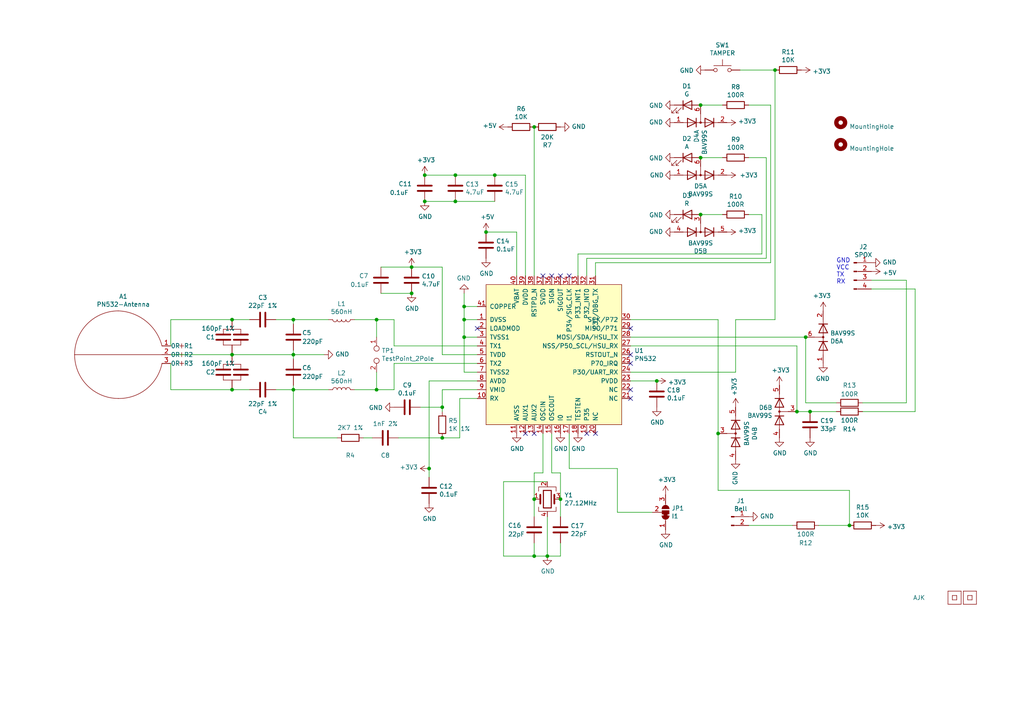
<source format=kicad_sch>
(kicad_sch (version 20211123) (generator eeschema)
  (paper "A4")
  (title_block (title "PN532 NFC Board") (date "${DATE}") (rev "7") (company "Adrian Kennard Andrews & Arnold Ltd") (comment 1 "www.me.uk"))
  (lib_symbols
    (symbol "Connector:Conn_01x02_Male" (pin_names (offset 1.016) hide)
      (property "Reference" "J" (at 0 2.54 0))
      (property "Value" "Conn_01x02_Male" (at 0 -5.08 0))
      (symbol "Conn_01x02_Male_1_1"
        (polyline (pts (xy 1.27 -2.54) (xy 0.8636 -2.54)) (stroke (width 0.1524)))
        (polyline (pts (xy 1.27 0) (xy 0.8636 0)) (stroke (width 0.1524)))
        (rectangle (start 0.8636 -2.413) (end 0 -2.667) (stroke (width 0.1524)) (fill (type outline)))
        (rectangle (start 0.8636 0.127) (end 0 -0.127) (stroke (width 0.1524)) (fill (type outline)))
        (pin passive line (at 5.08 0 180) (length 3.81) (name "Pin_1") (number "1"))
        (pin passive line (at 5.08 -2.54 180) (length 3.81) (name "Pin_2") (number "2"))
      )
    )
    (symbol "Connector:Conn_01x04_Male" (pin_names (offset 1.016) hide)
      (property "Reference" "J" (at 0 5.08 0))
      (property "Value" "Conn_01x04_Male" (at 0 -7.62 0))
      (symbol "Conn_01x04_Male_1_1"
        (polyline (pts (xy 1.27 -5.08) (xy 0.8636 -5.08)) (stroke (width 0.1524)))
        (polyline (pts (xy 1.27 -2.54) (xy 0.8636 -2.54)) (stroke (width 0.1524)))
        (polyline (pts (xy 1.27 0) (xy 0.8636 0)) (stroke (width 0.1524)))
        (polyline (pts (xy 1.27 2.54) (xy 0.8636 2.54)) (stroke (width 0.1524)))
        (rectangle (start 0.8636 -4.953) (end 0 -5.207) (stroke (width 0.1524)) (fill (type outline)))
        (rectangle (start 0.8636 -2.413) (end 0 -2.667) (stroke (width 0.1524)) (fill (type outline)))
        (rectangle (start 0.8636 0.127) (end 0 -0.127) (stroke (width 0.1524)) (fill (type outline)))
        (rectangle (start 0.8636 2.667) (end 0 2.413) (stroke (width 0.1524)) (fill (type outline)))
        (pin passive line (at 5.08 2.54 180) (length 3.81) (name "Pin_1") (number "1"))
        (pin passive line (at 5.08 0 180) (length 3.81) (name "Pin_2") (number "2"))
        (pin passive line (at 5.08 -2.54 180) (length 3.81) (name "Pin_3") (number "3"))
        (pin passive line (at 5.08 -5.08 180) (length 3.81) (name "Pin_4") (number "4"))
      )
    )
    (symbol "Connector:TestPoint_2Pole" (pin_names (offset 0.762) hide)
      (property "Reference" "TP" (at 0 1.524 0))
      (property "Value" "TestPoint_2Pole" (at 0 -1.778 0))
      (symbol "TestPoint_2Pole_0_1"
        (circle (center -1.778 0) (radius 0.762))
        (circle (center 1.778 0) (radius 0.762))
        (pin passive line (at -5.08 0 0) (length 2.54) (name "1") (number "1"))
        (pin passive line (at 5.08 0 180) (length 2.54) (name "2") (number "2"))
      )
    )
    (symbol "Cx2_1" (pin_numbers hide) (pin_names (offset 0.254))
      (property "Reference" "C" (at 0.635 3.429 0))
      (property "Value" "Cx2_1" (at 2.921 -3.429 0))
      (property "Note" "May be two 0603 parts" (at 0 0 0))
      (symbol "Cx2_1_0_1"
        (polyline (pts (xy -2.032 -0.762) (xy 2.032 -0.762)) (stroke (width 0.508)))
        (polyline (pts (xy -2.032 0.762) (xy 2.032 0.762)) (stroke (width 0.508)))
        (polyline (pts (xy 0 -2.286) (xy 0 -0.762)))
        (polyline (pts (xy 0 -2.286) (xy 5.08 -2.286)))
        (polyline (pts (xy 0 2.286) (xy 0 0.889)))
        (polyline (pts (xy 0 2.286) (xy 5.08 2.286)))
        (polyline (pts (xy 5.08 -2.286) (xy 5.08 -0.762)))
        (polyline (pts (xy 5.08 2.286) (xy 5.08 0.635)))
      )
      (symbol "Cx2_1_1_1"
        (polyline (pts (xy 3.048 -0.762) (xy 7.112 -0.762)) (stroke (width 0.508)))
        (polyline (pts (xy 3.048 0.762) (xy 7.112 0.762)) (stroke (width 0.508)))
        (pin passive line (at 2.54 5.08 270) (length 2.794) (name "~") (number "1"))
        (pin passive line (at 2.54 -5.08 90) (length 2.794) (name "~") (number "2"))
      )
    )
    (symbol "Device:C" (pin_numbers hide) (pin_names (offset 0.254))
      (property "Reference" "C" (at 0.635 2.54 0))
      (property "Value" "C" (at 0.635 -2.54 0))
      (symbol "C_0_1"
        (polyline (pts (xy -2.032 -0.762) (xy 2.032 -0.762)) (stroke (width 0.508)))
        (polyline (pts (xy -2.032 0.762) (xy 2.032 0.762)) (stroke (width 0.508)))
      )
      (symbol "C_1_1"
        (pin passive line (at 0 3.81 270) (length 2.794) (name "~") (number "1"))
        (pin passive line (at 0 -3.81 90) (length 2.794) (name "~") (number "2"))
      )
    )
    (symbol "Device:Crystal_GND24" (pin_names (offset 1.016) hide)
      (property "Reference" "Y" (at 3.175 5.08 0))
      (property "Value" "Crystal_GND24" (at 3.175 3.175 0))
      (symbol "Crystal_GND24_0_1"
        (rectangle (start -1.143 2.54) (end 1.143 -2.54) (stroke (width 0.3048)))
        (polyline (pts (xy -2.54 0) (xy -2.032 0)))
        (polyline (pts (xy -2.032 -1.27) (xy -2.032 1.27)) (stroke (width 0.508)))
        (polyline (pts (xy 0 -3.81) (xy 0 -3.556)))
        (polyline (pts (xy 0 3.556) (xy 0 3.81)))
        (polyline (pts (xy 2.032 -1.27) (xy 2.032 1.27)) (stroke (width 0.508)))
        (polyline (pts (xy 2.032 0) (xy 2.54 0)))
        (polyline (pts (xy -2.54 -2.286) (xy -2.54 -3.556) (xy 2.54 -3.556) (xy 2.54 -2.286)))
        (polyline (pts (xy -2.54 2.286) (xy -2.54 3.556) (xy 2.54 3.556) (xy 2.54 2.286)))
      )
      (symbol "Crystal_GND24_1_1"
        (pin passive line (at -3.81 0 0) (length 1.27) (name "1") (number "1"))
        (pin passive line (at 0 5.08 270) (length 1.27) (name "2") (number "2"))
        (pin passive line (at 3.81 0 180) (length 1.27) (name "3") (number "3"))
        (pin passive line (at 0 -5.08 90) (length 1.27) (name "4") (number "4"))
      )
    )
    (symbol "Device:L" (pin_numbers hide) (pin_names (offset 1.016) hide)
      (property "Reference" "L" (at -1.27 0 90))
      (property "Value" "L" (at 1.905 0 90))
      (symbol "L_0_1"
        (arc (start 0 -2.54) (mid 0.635 -1.905) (end 0 -1.27))
        (arc (start 0 -1.27) (mid 0.635 -0.635) (end 0 0))
        (arc (start 0 0) (mid 0.635 0.635) (end 0 1.27))
        (arc (start 0 1.27) (mid 0.635 1.905) (end 0 2.54))
      )
      (symbol "L_1_1"
        (pin passive line (at 0 3.81 270) (length 1.27) (name "1") (number "1"))
        (pin passive line (at 0 -3.81 90) (length 1.27) (name "2") (number "2"))
      )
    )
    (symbol "Device:LED" (pin_numbers hide) (pin_names (offset 1.016) hide)
      (property "Reference" "D" (at 0 2.54 0))
      (property "Value" "LED" (at 0 -2.54 0))
      (symbol "LED_0_1"
        (polyline (pts (xy -1.27 -1.27) (xy -1.27 1.27)) (stroke (width 0.254)))
        (polyline (pts (xy -1.27 0) (xy 1.27 0)))
        (polyline (pts (xy 1.27 -1.27) (xy 1.27 1.27) (xy -1.27 0) (xy 1.27 -1.27)) (stroke (width 0.254)))
        (polyline (pts (xy -3.048 -0.762) (xy -4.572 -2.286) (xy -3.81 -2.286) (xy -4.572 -2.286) (xy -4.572 -1.524)))
        (polyline (pts (xy -1.778 -0.762) (xy -3.302 -2.286) (xy -2.54 -2.286) (xy -3.302 -2.286) (xy -3.302 -1.524)))
      )
      (symbol "LED_1_1"
        (pin passive line (at -3.81 0 0) (length 2.54) (name "K") (number "1"))
        (pin passive line (at 3.81 0 180) (length 2.54) (name "A") (number "2"))
      )
    )
    (symbol "Device:R" (pin_numbers hide) (pin_names (offset 0))
      (property "Reference" "R" (at 2.032 0 90))
      (property "Value" "R" (at 0 0 90))
      (symbol "R_0_1"
        (rectangle (start -1.016 -2.54) (end 1.016 2.54) (stroke (width 0.254)))
      )
      (symbol "R_1_1"
        (pin passive line (at 0 3.81 270) (length 1.27) (name "~") (number "1"))
        (pin passive line (at 0 -3.81 90) (length 1.27) (name "~") (number "2"))
      )
    )
    (symbol "Diode:BAV99S" (pin_names (offset 0.0254) hide)
      (property "Reference" "D" (at 0 2.54 0))
      (property "Value" "BAV99S" (at 0 5.08 0))
      (symbol "BAV99S_0_1"
        (polyline (pts (xy -5.08 0) (xy 5.08 0)))
        (polyline (pts (xy 0 0) (xy 0 -2.54)))
        (polyline (pts (xy -1.27 -1.27) (xy -1.27 1.27) (xy -1.27 1.27)) (stroke (width 0.254)))
        (polyline (pts (xy 3.81 1.27) (xy 3.81 -1.27) (xy 3.81 -1.27)) (stroke (width 0.254)))
        (polyline (pts (xy -3.81 1.27) (xy -1.27 0) (xy -3.81 -1.27) (xy -3.81 1.27) (xy -3.81 1.27) (xy -3.81 1.27)) (stroke (width 0.254)))
        (polyline (pts (xy 1.27 1.27) (xy 3.81 0) (xy 1.27 -1.27) (xy 1.27 1.27) (xy 1.27 1.27) (xy 1.27 1.27)) (stroke (width 0.254)))
        (circle (center 0 0) (radius 0.254) (fill (type outline)))
      )
      (symbol "BAV99S_1_1"
        (polyline (pts (xy 6.35 0) (xy 7.62 0)))
        (pin passive line (at -7.62 0 0) (length 2.54) (name "A1") (number "1"))
        (pin passive line (at 7.62 0 180) (length 2.54) (name "K2") (number "2"))
        (pin passive line (at 0 -5.08 90) (length 2.54) (name "K3A4") (number "6"))
      )
      (symbol "BAV99S_2_1"
        (polyline (pts (xy 6.35 0) (xy 7.62 0)))
        (pin passive line (at 0 -5.08 90) (length 2.54) (name "K1A2") (number "3"))
        (pin passive line (at -7.62 0 0) (length 2.54) (name "A3") (number "4"))
        (pin passive line (at 7.62 0 180) (length 2.54) (name "K4") (number "5"))
      )
    )
    (symbol "Hidden_2" (pin_names (offset 1.016))
      (property "Reference" "Z" (at 0.635 0 0))
      (property "Value" "Hidden_2" (at 4.445 0 0))
      (symbol "Hidden_2_0_1"
        (polyline (pts (xy -0.635 0) (xy 0.635 0)) (stroke (width 0.1524)))
        (polyline (pts (xy 0 0.635) (xy 0 -0.635)) (stroke (width 0.1524)))
      )
      (symbol "Hidden_2_1_1"
        (pin no_connect non_logic (at 0 -2.54 90) (length 2.54) hide (name "~") (number "~"))
      )
    )
    (symbol "Jumper:SolderJumper_3_Bridged12" (pin_names (offset 0) hide)
      (property "Reference" "JP" (at -2.54 -2.54 0))
      (property "Value" "SolderJumper_3_Bridged12" (at 0 2.794 0))
      (symbol "SolderJumper_3_Bridged12_0_1"
        (rectangle (start -1.016 0.508) (end -0.508 -0.508) (fill (type outline)))
        (arc (start -1.016 1.016) (mid -2.032 0) (end -1.016 -1.016))
        (arc (start -1.016 1.016) (mid -2.032 0) (end -1.016 -1.016) (fill (type outline)))
        (rectangle (start -0.508 1.016) (end 0.508 -1.016) (fill (type outline)))
        (polyline (pts (xy -2.54 0) (xy -2.032 0)))
        (polyline (pts (xy -1.016 1.016) (xy -1.016 -1.016)))
        (polyline (pts (xy 0 -1.27) (xy 0 -1.016)))
        (polyline (pts (xy 1.016 1.016) (xy 1.016 -1.016)))
        (polyline (pts (xy 2.54 0) (xy 2.032 0)))
        (arc (start 1.016 -1.016) (mid 2.032 0) (end 1.016 1.016))
        (arc (start 1.016 -1.016) (mid 2.032 0) (end 1.016 1.016) (fill (type outline)))
      )
      (symbol "SolderJumper_3_Bridged12_1_1"
        (pin passive line (at -5.08 0 0) (length 2.54) (name "A") (number "1"))
        (pin input line (at 0 -3.81 90) (length 2.54) (name "C") (number "2"))
        (pin passive line (at 5.08 0 180) (length 2.54) (name "B") (number "3"))
      )
    )
    (symbol "Mechanical:MountingHole" (pin_names (offset 1.016)) (in_bom no)
      (property "Reference" "H" (at 0 5.08 0))
      (property "Value" "MountingHole" (at 0 3.175 0))
      (symbol "MountingHole_0_1"
        (circle (center 0 0) (radius 1.27) (stroke (width 1.27)))
      )
    )
    (symbol "MountingHole_1" (pin_names (offset 1.016)) (in_bom no)
      (property "Reference" "H" (at 0 5.08 0))
      (property "Value" "MountingHole_1" (at 0 3.175 0))
      (symbol "MountingHole_1_0_1"
        (circle (center 0 0) (radius 1.27) (stroke (width 1.27)))
      )
    )
    (symbol "QR_1" (pin_names (offset 1.016)) (in_bom no)
      (symbol "QR_1_0_1"
        (rectangle (start -1.905 -1.905) (end -1.905 1.905))
        (rectangle (start -1.905 1.905) (end 1.905 1.905))
        (rectangle (start -0.635 -0.635) (end -0.635 0.635))
        (rectangle (start -0.635 0.635) (end 0.635 0.635))
        (rectangle (start 0.635 -0.635) (end -0.635 -0.635))
        (rectangle (start 0.635 0.635) (end 0.635 -0.635))
        (rectangle (start 1.905 -1.905) (end -1.905 -1.905))
        (rectangle (start 1.905 1.905) (end 1.905 -1.905))
      )
    )
    (symbol "RevK:AJK" (pin_names (offset 1.016)) (in_bom no)
      (property "Value" "AJK" (at 0 0 0))
    )
    (symbol "RevK:Hidden" (pin_names (offset 1.016))
      (property "Reference" "Z" (at 0.635 0 0))
      (property "Value" "Hidden" (at 4.445 0 0))
      (symbol "Hidden_0_1"
        (polyline (pts (xy -0.635 0) (xy 0.635 0)) (stroke (width 0.1524)))
        (polyline (pts (xy 0 0.635) (xy 0 -0.635)) (stroke (width 0.1524)))
      )
      (symbol "Hidden_1_1"
        (pin no_connect non_logic (at 0 -2.54 90) (length 2.54) hide (name "~") (number "~"))
      )
    )
    (symbol "RevK:PN532" (pin_names (offset 1.016))
      (property "Reference" "U" (at -21.59 13.97 0))
      (property "Value" "PN532" (at -3.81 35.56 0))
      (symbol "PN532_0_1"
        (rectangle (start -22.86 57.15) (end 16.51 16.51) (fill (type background)))
      )
      (symbol "PN532_1_1"
        (pin power_in line (at -25.4 46.99 0) (length 2.54) (name "DVSS") (number "1"))
        (pin input line (at -25.4 24.13 0) (length 2.54) (name "RX") (number "10"))
        (pin power_in line (at -13.97 13.97 90) (length 2.54) (name "AVSS") (number "11"))
        (pin output line (at -11.43 13.97 90) (length 2.54) (name "AUX1") (number "12"))
        (pin output line (at -8.89 13.97 90) (length 2.54) (name "AUX2") (number "13"))
        (pin input line (at -6.35 13.97 90) (length 2.54) (name "OSCIN") (number "14"))
        (pin output line (at -3.81 13.97 90) (length 2.54) (name "OSCOUT") (number "15"))
        (pin input line (at -1.27 13.97 90) (length 2.54) (name "I0") (number "16"))
        (pin input line (at 1.27 13.97 90) (length 2.54) (name "I1") (number "17"))
        (pin input line (at 3.81 13.97 90) (length 2.54) (name "TESTEN") (number "18"))
        (pin bidirectional line (at 6.35 13.97 90) (length 2.54) (name "P35") (number "19"))
        (pin output line (at -25.4 44.45 0) (length 2.54) (name "LOADMOD") (number "2"))
        (pin passive line (at 8.89 13.97 90) (length 2.54) (name "NC") (number "20"))
        (pin passive line (at 19.05 24.13 180) (length 2.54) (name "NC") (number "21"))
        (pin passive line (at 19.05 26.67 180) (length 2.54) (name "NC") (number "22"))
        (pin power_in line (at 19.05 29.21 180) (length 2.54) (name "PVDD") (number "23"))
        (pin bidirectional line (at 19.05 31.75 180) (length 2.54) (name "P30/UART_RX") (number "24"))
        (pin bidirectional line (at 19.05 34.29 180) (length 2.54) (name "P70_IRQ") (number "25"))
        (pin output line (at 19.05 36.83 180) (length 2.54) (name "RSTOUT_N") (number "26"))
        (pin bidirectional line (at 19.05 39.37 180) (length 2.54) (name "NSS/P50_SCL/HSU_RX") (number "27"))
        (pin bidirectional line (at 19.05 41.91 180) (length 2.54) (name "MOSI/SDA/HSU_TX") (number "28"))
        (pin bidirectional line (at 19.05 44.45 180) (length 2.54) (name "MISO/P71") (number "29"))
        (pin power_in line (at -25.4 41.91 0) (length 2.54) (name "TVSS1") (number "3"))
        (pin bidirectional line (at 19.05 46.99 180) (length 2.54) (name "SCK/P72") (number "30"))
        (pin bidirectional line (at 8.89 59.69 270) (length 2.54) (name "P31/DBG_TX") (number "31"))
        (pin bidirectional line (at 6.35 59.69 270) (length 2.54) (name "P32_INT0") (number "32"))
        (pin bidirectional line (at 3.81 59.69 270) (length 2.54) (name "P33_INT1") (number "33"))
        (pin bidirectional line (at 1.27 59.69 270) (length 2.54) (name "P34/SIG_CLK") (number "34"))
        (pin output line (at -1.27 59.69 270) (length 2.54) (name "SIGOUT") (number "35"))
        (pin input line (at -3.81 59.69 270) (length 2.54) (name "SIGN") (number "36"))
        (pin power_out line (at -6.35 59.69 270) (length 2.54) (name "SVDD") (number "37"))
        (pin input line (at -8.89 59.69 270) (length 2.54) (name "RSTPD_N") (number "38"))
        (pin power_out line (at -11.43 59.69 270) (length 2.54) (name "DVDD") (number "39"))
        (pin output line (at -25.4 39.37 0) (length 2.54) (name "TX1") (number "4"))
        (pin power_in line (at -13.97 59.69 270) (length 2.54) (name "VBAT") (number "40"))
        (pin passive line (at -25.4 50.8 0) (length 2.54) (name "COPPER") (number "41"))
        (pin power_in line (at -25.4 36.83 0) (length 2.54) (name "TVDD") (number "5"))
        (pin output line (at -25.4 34.29 0) (length 2.54) (name "TX2") (number "6"))
        (pin power_in line (at -25.4 31.75 0) (length 2.54) (name "TVSS2") (number "7"))
        (pin power_in line (at -25.4 29.21 0) (length 2.54) (name "AVDD") (number "8"))
        (pin output line (at -25.4 26.67 0) (length 2.54) (name "VMID") (number "9"))
      )
    )
    (symbol "RevK:PN532-Antenna" (pin_names (offset 1.016)) (in_bom no)
      (property "Reference" "A" (at 0 -15.24 0))
      (property "Value" "PN532-Antenna" (at 0 1.27 0))
      (symbol "PN532-Antenna_0_1"
        (arc (start 0 -12.7) (mid 8.196 -9.9275) (end 12.7 -2.54))
        (polyline (pts (xy 12.7 0) (xy -12.7 0)))
        (arc (start 0 12.7) (mid -12.7 0) (end 0 -12.7))
        (arc (start 12.7 2.54) (mid 8.0366 9.7282) (end 0 12.7))
      )
      (symbol "PN532-Antenna_1_1"
        (pin bidirectional line (at 15.24 2.54 180) (length 2.54) (name "") (number "1"))
        (pin bidirectional line (at 15.24 0 180) (length 2.54) (name "") (number "2"))
        (pin bidirectional line (at 15.24 -2.54 180) (length 2.54) (name "") (number "3"))
      )
    )
    (symbol "RevK:QR" (pin_names (offset 1.016)) (in_bom no)
      (symbol "QR_0_1"
        (rectangle (start -1.905 -1.905) (end -1.905 1.905))
        (rectangle (start -1.905 1.905) (end 1.905 1.905))
        (rectangle (start -0.635 -0.635) (end -0.635 0.635))
        (rectangle (start -0.635 0.635) (end 0.635 0.635))
        (rectangle (start 0.635 -0.635) (end -0.635 -0.635))
        (rectangle (start 0.635 0.635) (end 0.635 -0.635))
        (rectangle (start 1.905 -1.905) (end -1.905 -1.905))
        (rectangle (start 1.905 1.905) (end 1.905 -1.905))
      )
    )
    (symbol "Switch:SW_Push" (pin_numbers hide) (pin_names (offset 1.016) hide)
      (property "Reference" "SW" (at 1.27 2.54 0))
      (property "Value" "SW_Push" (at 0 -1.524 0))
      (symbol "SW_Push_0_1"
        (circle (center -2.032 0) (radius 0.508))
        (polyline (pts (xy 0 1.27) (xy 0 3.048)))
        (polyline (pts (xy 2.54 1.27) (xy -2.54 1.27)))
        (circle (center 2.032 0) (radius 0.508))
        (pin passive line (at -5.08 0 0) (length 2.54) (name "1") (number "1"))
        (pin passive line (at 5.08 0 180) (length 2.54) (name "2") (number "2"))
      )
    )
    (symbol "power:+3.3V" (power) (pin_names (offset 0))
      (property "Value" "+3.3V" (at 0 3.556 0))
      (symbol "+3.3V_0_1"
        (polyline (pts (xy -0.762 1.27) (xy 0 2.54)))
        (polyline (pts (xy 0 0) (xy 0 2.54)))
        (polyline (pts (xy 0 2.54) (xy 0.762 1.27)))
      )
      (symbol "+3.3V_1_1"
        (pin power_in line (at 0 0 90) (length 0) hide (name "+3V3") (number "1"))
      )
    )
    (symbol "power:+5V" (power) (pin_names (offset 0))
      (property "Value" "+5V" (at 0 3.556 0))
      (symbol "+5V_0_1"
        (polyline (pts (xy -0.762 1.27) (xy 0 2.54)))
        (polyline (pts (xy 0 0) (xy 0 2.54)))
        (polyline (pts (xy 0 2.54) (xy 0.762 1.27)))
      )
      (symbol "+5V_1_1"
        (pin power_in line (at 0 0 90) (length 0) hide (name "+5V") (number "1"))
      )
    )
    (symbol "power:GND" (power) (pin_names (offset 0))
      (property "Value" "GND" (at 0 -3.81 0))
      (symbol "GND_0_1"
        (polyline (pts (xy 0 0) (xy 0 -1.27) (xy 1.27 -1.27) (xy 0 -2.54) (xy -1.27 -1.27) (xy 0 -1.27)))
      )
      (symbol "GND_1_1"
        (pin power_in line (at 0 0 270) (length 0) hide (name "GND") (number "1"))
      )
    )
  )
  (junction (at 85.09 113.03))
  (junction (at 109.22 92.71))
  (junction (at 140.97 67.31))
  (junction (at 162.56 144.78))
  (junction (at 190.5 110.49))
  (junction (at 134.62 88.9))
  (junction (at 134.62 92.71))
  (junction (at 203.2 62.23))
  (junction (at 67.31 113.03))
  (junction (at 233.68 97.79))
  (junction (at 119.38 77.47))
  (junction (at 128.27 118.11))
  (junction (at 231.14 119.38))
  (junction (at 132.08 58.42))
  (junction (at 134.62 97.79))
  (junction (at 123.19 58.42))
  (junction (at 208.28 125.73))
  (junction (at 123.19 50.8))
  (junction (at 85.09 92.71))
  (junction (at 154.94 144.78))
  (junction (at 132.08 50.8))
  (junction (at 154.94 161.29))
  (junction (at 143.51 50.8))
  (junction (at 158.75 161.29))
  (junction (at 67.31 102.87))
  (junction (at 119.38 85.09))
  (junction (at 203.2 45.72))
  (junction (at 128.27 127))
  (junction (at 224.79 20.32))
  (junction (at 234.95 119.38))
  (junction (at 67.31 92.71))
  (junction (at 154.94 36.83))
  (junction (at 124.46 135.89))
  (junction (at 85.09 102.87))
  (junction (at 203.2 30.48))
  (junction (at 109.22 113.03))
  (junction (at 246.38 152.4))
  (no_connect (at 182.88 102.87))
  (no_connect (at 162.56 80.01))
  (no_connect (at 170.18 125.73))
  (no_connect (at 154.94 125.73))
  (no_connect (at 182.88 115.57))
  (no_connect (at 182.88 113.03))
  (no_connect (at 157.48 80.01))
  (no_connect (at 182.88 105.41))
  (no_connect (at 165.1 80.01))
  (no_connect (at 172.72 125.73))
  (no_connect (at 138.43 95.25))
  (no_connect (at 182.88 95.25))
  (no_connect (at 152.4 125.73))
  (no_connect (at 160.02 80.01))
  (wire (pts (xy 160.02 125.73) (xy 160.02 137.16)))
  (wire (pts (xy 146.05 139.7) (xy 146.05 161.29)))
  (wire (pts (xy 158.75 139.7) (xy 146.05 139.7)))
  (wire (pts (xy 217.17 45.72) (xy 222.25 45.72)))
  (wire (pts (xy 85.09 101.6) (xy 85.09 102.87)))
  (wire (pts (xy 114.3 105.41) (xy 138.43 105.41)))
  (wire (pts (xy 229.87 152.4) (xy 217.17 152.4)))
  (wire (pts (xy 217.17 62.23) (xy 220.98 62.23)))
  (wire (pts (xy 49.53 105.41) (xy 49.53 113.03)))
  (wire (pts (xy 170.18 74.93) (xy 170.18 80.01)))
  (wire (pts (xy 154.94 137.16) (xy 154.94 144.78)))
  (wire (pts (xy 132.08 50.8) (xy 143.51 50.8)))
  (wire (pts (xy 222.25 45.72) (xy 222.25 74.93)))
  (wire (pts (xy 85.09 102.87) (xy 85.09 104.14)))
  (wire (pts (xy 110.49 77.47) (xy 119.38 77.47)))
  (wire (pts (xy 233.68 116.84) (xy 233.68 97.79)))
  (wire (pts (xy 146.05 161.29) (xy 154.94 161.29)))
  (wire (pts (xy 49.53 92.71) (xy 49.53 100.33)))
  (wire (pts (xy 138.43 107.95) (xy 134.62 107.95)))
  (wire (pts (xy 114.3 105.41) (xy 114.3 113.03)))
  (wire (pts (xy 134.62 92.71) (xy 138.43 92.71)))
  (wire (pts (xy 85.09 92.71) (xy 95.25 92.71)))
  (wire (pts (xy 209.55 30.48) (xy 203.2 30.48)))
  (wire (pts (xy 80.01 92.71) (xy 85.09 92.71)))
  (wire (pts (xy 265.43 119.38) (xy 250.19 119.38)))
  (wire (pts (xy 157.48 125.73) (xy 157.48 137.16)))
  (wire (pts (xy 134.62 88.9) (xy 138.43 88.9)))
  (wire (pts (xy 114.3 92.71) (xy 114.3 100.33)))
  (wire (pts (xy 208.28 92.71) (xy 208.28 125.73)))
  (wire (pts (xy 134.62 97.79) (xy 134.62 92.71)))
  (wire (pts (xy 152.4 80.01) (xy 152.4 50.8)))
  (wire (pts (xy 154.94 144.78) (xy 154.94 149.86)))
  (wire (pts (xy 128.27 102.87) (xy 128.27 77.47)))
  (wire (pts (xy 182.88 92.71) (xy 208.28 92.71)))
  (wire (pts (xy 85.09 102.87) (xy 93.98 102.87)))
  (wire (pts (xy 67.31 113.03) (xy 72.39 113.03)))
  (wire (pts (xy 114.3 100.33) (xy 138.43 100.33)))
  (wire (pts (xy 172.72 76.2) (xy 172.72 80.01)))
  (wire (pts (xy 213.36 92.71) (xy 224.79 92.71)))
  (wire (pts (xy 213.36 107.95) (xy 182.88 107.95)))
  (wire (pts (xy 67.31 102.87) (xy 85.09 102.87)))
  (wire (pts (xy 132.08 58.42) (xy 123.19 58.42)))
  (wire (pts (xy 224.79 20.32) (xy 224.79 92.71)))
  (wire (pts (xy 237.49 152.4) (xy 246.38 152.4)))
  (wire (pts (xy 138.43 110.49) (xy 124.46 110.49)))
  (wire (pts (xy 85.09 113.03) (xy 95.25 113.03)))
  (wire (pts (xy 119.38 77.47) (xy 128.27 77.47)))
  (wire (pts (xy 252.73 81.28) (xy 262.89 81.28)))
  (wire (pts (xy 128.27 127) (xy 133.35 127)))
  (wire (pts (xy 109.22 107.95) (xy 109.22 113.03)))
  (wire (pts (xy 49.53 102.87) (xy 67.31 102.87)))
  (wire (pts (xy 138.43 102.87) (xy 128.27 102.87)))
  (wire (pts (xy 128.27 118.11) (xy 128.27 119.38)))
  (wire (pts (xy 124.46 110.49) (xy 124.46 135.89)))
  (wire (pts (xy 138.43 115.57) (xy 133.35 115.57)))
  (wire (pts (xy 115.57 127) (xy 128.27 127)))
  (wire (pts (xy 134.62 97.79) (xy 138.43 97.79)))
  (wire (pts (xy 233.68 97.79) (xy 182.88 97.79)))
  (wire (pts (xy 167.64 73.66) (xy 220.98 73.66)))
  (wire (pts (xy 242.57 119.38) (xy 234.95 119.38)))
  (wire (pts (xy 102.87 113.03) (xy 109.22 113.03)))
  (wire (pts (xy 265.43 83.82) (xy 265.43 119.38)))
  (wire (pts (xy 85.09 113.03) (xy 85.09 127)))
  (wire (pts (xy 162.56 137.16) (xy 162.56 144.78)))
  (wire (pts (xy 132.08 50.8) (xy 123.19 50.8)))
  (wire (pts (xy 217.17 30.48) (xy 223.52 30.48)))
  (wire (pts (xy 234.95 119.38) (xy 231.14 119.38)))
  (wire (pts (xy 109.22 92.71) (xy 114.3 92.71)))
  (wire (pts (xy 143.51 50.8) (xy 152.4 50.8)))
  (wire (pts (xy 262.89 81.28) (xy 262.89 116.84)))
  (wire (pts (xy 157.48 137.16) (xy 154.94 137.16)))
  (wire (pts (xy 165.1 135.89) (xy 179.07 135.89)))
  (wire (pts (xy 85.09 127) (xy 97.79 127)))
  (wire (pts (xy 132.08 58.42) (xy 143.51 58.42)))
  (wire (pts (xy 134.62 107.95) (xy 134.62 97.79)))
  (wire (pts (xy 124.46 135.89) (xy 124.46 138.43)))
  (wire (pts (xy 160.02 137.16) (xy 162.56 137.16)))
  (wire (pts (xy 138.43 113.03) (xy 128.27 113.03)))
  (wire (pts (xy 149.86 67.31) (xy 149.86 80.01)))
  (wire (pts (xy 85.09 92.71) (xy 85.09 93.98)))
  (wire (pts (xy 242.57 116.84) (xy 233.68 116.84)))
  (wire (pts (xy 223.52 30.48) (xy 223.52 76.2)))
  (wire (pts (xy 172.72 76.2) (xy 223.52 76.2)))
  (wire (pts (xy 105.41 127) (xy 107.95 127)))
  (wire (pts (xy 167.64 73.66) (xy 167.64 80.01)))
  (wire (pts (xy 133.35 115.57) (xy 133.35 127)))
  (wire (pts (xy 209.55 62.23) (xy 203.2 62.23)))
  (wire (pts (xy 85.09 111.76) (xy 85.09 113.03)))
  (wire (pts (xy 220.98 62.23) (xy 220.98 73.66)))
  (wire (pts (xy 134.62 88.9) (xy 134.62 85.09)))
  (wire (pts (xy 154.94 157.48) (xy 154.94 161.29)))
  (wire (pts (xy 182.88 100.33) (xy 231.14 100.33)))
  (wire (pts (xy 154.94 36.83) (xy 154.94 80.01)))
  (wire (pts (xy 158.75 149.86) (xy 158.75 161.29)))
  (wire (pts (xy 182.88 110.49) (xy 190.5 110.49)))
  (wire (pts (xy 162.56 161.29) (xy 158.75 161.29)))
  (wire (pts (xy 246.38 142.24) (xy 246.38 152.4)))
  (wire (pts (xy 162.56 144.78) (xy 162.56 149.86)))
  (wire (pts (xy 222.25 74.93) (xy 170.18 74.93)))
  (wire (pts (xy 208.28 142.24) (xy 246.38 142.24)))
  (wire (pts (xy 109.22 92.71) (xy 109.22 97.79)))
  (wire (pts (xy 121.92 118.11) (xy 128.27 118.11)))
  (wire (pts (xy 109.22 113.03) (xy 114.3 113.03)))
  (wire (pts (xy 128.27 113.03) (xy 128.27 118.11)))
  (wire (pts (xy 67.31 92.71) (xy 72.39 92.71)))
  (wire (pts (xy 213.36 107.95) (xy 213.36 92.71)))
  (wire (pts (xy 49.53 92.71) (xy 67.31 92.71)))
  (wire (pts (xy 262.89 116.84) (xy 250.19 116.84)))
  (wire (pts (xy 179.07 148.59) (xy 189.23 148.59)))
  (wire (pts (xy 140.97 67.31) (xy 149.86 67.31)))
  (wire (pts (xy 179.07 135.89) (xy 179.07 148.59)))
  (wire (pts (xy 208.28 125.73) (xy 208.28 142.24)))
  (wire (pts (xy 252.73 83.82) (xy 265.43 83.82)))
  (wire (pts (xy 231.14 100.33) (xy 231.14 119.38)))
  (wire (pts (xy 110.49 85.09) (xy 119.38 85.09)))
  (wire (pts (xy 154.94 161.29) (xy 158.75 161.29)))
  (wire (pts (xy 80.01 113.03) (xy 85.09 113.03)))
  (wire (pts (xy 162.56 157.48) (xy 162.56 161.29)))
  (wire (pts (xy 102.87 92.71) (xy 109.22 92.71)))
  (wire (pts (xy 165.1 125.73) (xy 165.1 135.89)))
  (wire (pts (xy 214.63 20.32) (xy 224.79 20.32)))
  (wire (pts (xy 209.55 45.72) (xy 203.2 45.72)))
  (wire (pts (xy 49.53 113.03) (xy 67.31 113.03)))
  (wire (pts (xy 134.62 92.71) (xy 134.62 88.9)))
  (text "GND\nVCC\nTX\nRX" (at 242.57 82.55 0) (effects (font (size 1.27 1.27)) (justify left bottom)))
  (symbol (lib_id "RevK:PN532-Antenna") (at 34.29 102.87 0) (unit 1) (in_bom no)
    (property "Reference" "A1" (at 35.7632 85.979 0))
    (property "Value" "PN532-Antenna" (at 35.7632 88.2904 0))
    (property "Footprint" "RevK:PN532-Antenna5" (effects hide))
    (property "Note" "Non part, PCB printed" (effects hide))
  )
  (symbol (lib_id "RevK:PN532") (at 163.83 139.7 0) (unit 1)
    (property "Reference" "U1" (at 183.9976 101.7016 0) (effects (justify left)))
    (property "Value" "PN532" (at 183.9976 104.013 0) (effects (justify left)))
    (property "Footprint" "RevK:QFN-40-1EP_6x6mm_P0.5mm_EP4.6x4.6mm" (effects hide))
    (property "Datasheet" "https://www.mouser.co.uk/ProductDetail/771-PN5321A3HN10" (effects hide))
    (property "Part No" "PN5321A3HN/C106,51" (effects hide))
    (property "Manufacturer" "NXP Semiconductors" (effects hide))
  )
  (symbol (lib_name "Cx2_1") (lib_id "RevK:Cx2") (at 64.77 97.79 0) (unit 1)
    (property "Reference" "C1" (at 59.69 97.79 0) (effects (justify left)))
    (property "Value" "160pF 1%" (at 58.42 95.25 0) (effects (justify left)))
    (property "Footprint" "RevK:Cx2_0603" (effects hide))
    (property "Datasheet" "https://www.mouser.co.uk/ProductDetail/80-C0603X161F1HACTU" (effects hide))
    (property "Part No" "C0603X161F1HACTU" (effects hide))
    (property "Manufacturer" "KEMET" (effects hide))
  )
  (symbol (lib_id "Device:C") (at 76.2 92.71 270) (unit 1)
    (property "Reference" "C3" (at 76.2 86.3092 90))
    (property "Value" "22pF 1%" (at 76.2 88.6206 90))
    (property "Footprint" "RevK:C_0603" (effects hide))
    (property "Datasheet" "https://www.mouser.co.uk/ProductDetail/791-0603N220F500CT" (effects hide))
    (property "Note" "0603" (effects hide))
    (property "Part No" "0603N220F500CT" (effects hide))
    (property "Manufacturer" "Walsin" (effects hide))
  )
  (symbol (lib_id "Device:C") (at 76.2 113.03 90) (unit 1)
    (property "Reference" "C4" (at 76.2 119.4308 90))
    (property "Value" "22pF 1%" (at 76.2 117.1194 90))
    (property "Footprint" "RevK:C_0603" (effects hide))
    (property "Datasheet" "https://www.mouser.co.uk/ProductDetail/791-0603N220F500CT" (effects hide))
    (property "Note" "0603" (effects hide))
    (property "Part No" "0603N220F500CT" (effects hide))
    (property "Manufacturer" "Walsin" (effects hide))
  )
  (symbol (lib_id "Device:C") (at 85.09 97.79 180) (unit 1)
    (property "Reference" "C5" (at 87.63 96.52 0) (effects (justify right)))
    (property "Value" "220pF" (at 87.63 99.06 0) (effects (justify right)))
    (property "Footprint" "RevK:C_0603" (effects hide))
    (property "Part No" "0603-220pF-50V" (effects hide))
  )
  (symbol (lib_id "Device:C") (at 85.09 107.95 0) (unit 1)
    (property "Reference" "C6" (at 87.63 106.68 0) (effects (justify left)))
    (property "Value" "220pF" (at 87.63 109.22 0) (effects (justify left)))
    (property "Footprint" "RevK:C_0603" (effects hide))
    (property "Part No" "0603-220pF-50V" (effects hide))
  )
  (symbol (lib_id "Device:L") (at 99.06 92.71 270) (unit 1)
    (property "Reference" "L1" (at 99.06 88.1126 90))
    (property "Value" "560nH" (at 99.06 90.424 90))
    (property "Footprint" "RevK:L_1206_1008" (effects hide))
    (property "Datasheet" "https://www.mouser.co.uk/ProductDetail/81-LQW2UASR56G00L" (effects hide))
    (property "Note" "High quality inductor" (effects hide))
    (property "Part No" "LQW2UASR56G00L" (effects hide))
    (property "Manufacturer" "Murata Electronics" (effects hide))
  )
  (symbol (lib_id "Device:L") (at 99.06 113.03 90) (unit 1)
    (property "Reference" "L2" (at 99.06 108.204 90))
    (property "Value" "560nH" (at 99.06 110.5154 90))
    (property "Footprint" "RevK:L_1206_1008" (effects hide))
    (property "Datasheet" "https://www.mouser.co.uk/ProductDetail/81-LQW2UASR56G00L" (effects hide))
    (property "Note" "High quality inductor" (effects hide))
    (property "Part No" "LQW2UASR56G00L" (effects hide))
    (property "Manufacturer" "Murata Electronics" (effects hide))
  )
  (symbol (lib_id "Device:C") (at 111.76 127 270) (unit 1)
    (property "Reference" "C8" (at 111.76 132.08 90))
    (property "Value" "1nF 2%" (at 111.76 122.9106 90))
    (property "Footprint" "RevK:C_0603" (effects hide))
    (property "Datasheet" "https://www.mouser.co.uk/ProductDetail/77-VJ0603A102GXAPBC" (effects hide))
    (property "Note" "0603" (effects hide))
    (property "Part No" "VJ0603A102GXAPW1BC" (effects hide))
    (property "Manufacturer" "Vishay / Vitramon" (effects hide))
  )
  (symbol (lib_id "Device:Crystal_GND24") (at 158.75 144.78 0) (unit 1)
    (property "Reference" "Y1" (at 163.6776 143.6116 0) (effects (justify left)))
    (property "Value" "27.12MHz" (at 163.6776 145.923 0) (effects (justify left)))
    (property "Footprint" "RevK:Crystal-3.4x2.7" (effects hide))
    (property "Datasheet" "https://www.mouser.co.uk/ProductDetail/815-ABM81-271-10B1UT" (effects hide))
    (property "Part No" "ABM81-27.120MHZ-10-B1U-T3" (effects hide))
    (property "Manufacturer" "ABRACON" (effects hide))
  )
  (symbol (lib_id "Device:C") (at 118.11 118.11 270) (unit 1)
    (property "Reference" "C9" (at 118.11 111.7092 90))
    (property "Value" "0.1uF" (at 118.11 114.0206 90))
    (property "Footprint" "RevK:C_0603" (effects hide))
    (property "Part No" "0603-100nF-25V" (effects hide))
  )
  (symbol (lib_id "Device:R") (at 101.6 127 270) (unit 1)
    (property "Reference" "R4" (at 101.6 132.08 90))
    (property "Value" "2K7 1%" (at 101.6 124.0536 90))
    (property "Footprint" "RevK:R_0603" (effects hide))
    (property "Datasheet" "https://www.mouser.co.uk/ProductDetail/603-RC0603FR-102K7L" (effects hide))
    (property "Note" "0603" (effects hide))
    (property "Part No" "RC0603FR-102K7L" (effects hide))
    (property "Manufacturer" "YAGEO" (effects hide))
  )
  (symbol (lib_id "Device:R") (at 128.27 123.19 180) (unit 1)
    (property "Reference" "R5" (at 130.048 122.0216 0) (effects (justify right)))
    (property "Value" "1K 1%" (at 130.048 124.333 0) (effects (justify right)))
    (property "Footprint" "RevK:R_0603" (effects hide))
    (property "Datasheet" "https://www.mouser.co.uk/ProductDetail/71-CRCW06031K00FKEAC" (effects hide))
    (property "Note" "0603" (effects hide))
    (property "Part No" "CRCW06031K00FKEAC" (effects hide))
    (property "Manufacturer" "Vishay / Dale" (effects hide))
  )
  (symbol (lib_id "Device:C") (at 119.38 81.28 0) (unit 1)
    (property "Reference" "C10" (at 122.301 80.1116 0) (effects (justify left)))
    (property "Value" "4.7uF" (at 122.301 82.423 0) (effects (justify left)))
    (property "Footprint" "RevK:C_0603" (effects hide))
    (property "Part No" "0603-4.7uF-10V" (effects hide))
  )
  (symbol (lib_id "Device:C") (at 110.49 81.28 0) (unit 1)
    (property "Reference" "C7" (at 104.14 80.01 0) (effects (justify left)))
    (property "Value" "0.1uF" (at 101.6 82.55 0) (effects (justify left)))
    (property "Footprint" "RevK:C_0603" (effects hide))
    (property "Part No" "0603-100nF-25V" (effects hide))
  )
  (symbol (lib_id "Device:C") (at 140.97 71.12 0) (unit 1)
    (property "Reference" "C14" (at 143.891 69.9516 0) (effects (justify left)))
    (property "Value" "0.1uF" (at 143.891 72.263 0) (effects (justify left)))
    (property "Footprint" "RevK:C_0603" (effects hide))
    (property "Part No" "0603-100nF-25V" (effects hide))
  )
  (symbol (lib_id "Device:C") (at 123.19 54.61 0) (unit 1)
    (property "Reference" "C11" (at 115.57 53.34 0) (effects (justify left)))
    (property "Value" "0.1uF" (at 113.03 55.88 0) (effects (justify left)))
    (property "Footprint" "RevK:C_0603" (effects hide))
    (property "Part No" "0603-100nF-25V" (effects hide))
  )
  (symbol (lib_id "Device:C") (at 132.08 54.61 0) (unit 1)
    (property "Reference" "C13" (at 135.001 53.4416 0) (effects (justify left)))
    (property "Value" "4.7uF" (at 135.001 55.753 0) (effects (justify left)))
    (property "Footprint" "RevK:C_0603" (effects hide))
    (property "Part No" "0603-4.7uF-10V" (effects hide))
  )
  (symbol (lib_id "Device:R") (at 151.13 36.83 270) (unit 1)
    (property "Reference" "R6" (at 151.13 31.5722 90))
    (property "Value" "10K" (at 151.13 33.8836 90))
    (property "Footprint" "RevK:R_0603" (effects hide))
    (property "Part No" "0603-10K" (effects hide))
  )
  (symbol (lib_id "Device:C") (at 190.5 114.3 0) (unit 1)
    (property "Reference" "C18" (at 193.421 113.1316 0) (effects (justify left)))
    (property "Value" "0.1uF" (at 193.421 115.443 0) (effects (justify left)))
    (property "Footprint" "RevK:C_0603" (effects hide))
    (property "Part No" "0603-100nF-25V" (effects hide))
  )
  (symbol (lib_id "Device:C") (at 154.94 153.67 0) (unit 1)
    (property "Reference" "C16" (at 147.32 152.4 0) (effects (justify left)))
    (property "Value" "22pF" (at 147.32 154.94 0) (effects (justify left)))
    (property "Footprint" "RevK:C_0603" (effects hide))
    (property "Part No" "0603-22pF-50V" (effects hide))
  )
  (symbol (lib_id "Device:C") (at 162.56 153.67 0) (unit 1)
    (property "Reference" "C17" (at 165.481 152.5016 0) (effects (justify left)))
    (property "Value" "22pF" (at 165.481 154.813 0) (effects (justify left)))
    (property "Footprint" "RevK:C_0603" (effects hide))
    (property "Part No" "0603-22pF-50V" (effects hide))
  )
  (symbol (lib_id "power:GND") (at 93.98 102.87 90) (unit 1)
    (property "Reference" "#PWR01" (effects hide))
    (property "Value" "GND" (at 97.2312 102.743 90) (effects (justify right)))
  )
  (symbol (lib_id "Switch:SW_Push") (at 209.55 20.32 0) (unit 1) (in_bom no)
    (property "Reference" "SW1" (at 209.55 13.081 0))
    (property "Value" "TAMPER" (at 209.55 15.3924 0))
    (property "Footprint" "RevK:SW_PUSH_6mm_SMD" (effects hide))
    (property "Datasheet" "https://www.mouser.co.uk/ProductDetail/612-LL3301NF065QG" (effects hide))
    (property "Part No" "LL3301NF065QG" (effects hide))
    (property "Manufacturer" "E-Switch" (effects hide))
  )
  (symbol (lib_id "power:GND") (at 114.3 118.11 270) (unit 1)
    (property "Reference" "#PWR02" (effects hide))
    (property "Value" "GND" (at 111.0488 118.237 90) (effects (justify right)))
  )
  (symbol (lib_id "power:+3.3V") (at 119.38 77.47 0) (unit 1)
    (property "Reference" "#PWR03" (effects hide))
    (property "Value" "+3.3V" (at 119.761 73.0758 0))
  )
  (symbol (lib_id "power:GND") (at 119.38 85.09 0) (unit 1)
    (property "Reference" "#PWR04" (effects hide))
    (property "Value" "GND" (at 119.507 89.4842 0))
  )
  (symbol (lib_id "Device:C") (at 124.46 142.24 0) (unit 1)
    (property "Reference" "C12" (at 127.381 141.0716 0) (effects (justify left)))
    (property "Value" "0.1uF" (at 127.381 143.383 0) (effects (justify left)))
    (property "Footprint" "RevK:C_0603" (effects hide))
    (property "Part No" "0603-100nF-25V" (effects hide))
  )
  (symbol (lib_id "power:GND") (at 124.46 146.05 0) (unit 1)
    (property "Reference" "#PWR08" (effects hide))
    (property "Value" "GND" (at 124.587 150.4442 0))
  )
  (symbol (lib_id "power:+3.3V") (at 124.46 135.89 90) (unit 1)
    (property "Reference" "#PWR07" (effects hide))
    (property "Value" "+3.3V" (at 121.2088 135.509 90) (effects (justify left)))
  )
  (symbol (lib_id "power:GND") (at 134.62 85.09 180) (unit 1)
    (property "Reference" "#PWR09" (effects hide))
    (property "Value" "GND" (at 134.493 80.6958 0))
  )
  (symbol (lib_id "power:GND") (at 140.97 74.93 0) (unit 1)
    (property "Reference" "#PWR011" (effects hide))
    (property "Value" "GND" (at 141.097 79.3242 0))
  )
  (symbol (lib_id "power:+5V") (at 140.97 67.31 0) (unit 1)
    (property "Reference" "#PWR010" (effects hide))
    (property "Value" "+5V" (at 141.351 62.9158 0))
  )
  (symbol (lib_id "power:GND") (at 123.19 58.42 0) (unit 1)
    (property "Reference" "#PWR06" (effects hide))
    (property "Value" "GND" (at 123.317 62.8142 0))
  )
  (symbol (lib_id "power:+3.3V") (at 123.19 50.8 0) (unit 1)
    (property "Reference" "#PWR05" (effects hide))
    (property "Value" "+3.3V" (at 123.571 46.4058 0))
  )
  (symbol (lib_name "MountingHole_1") (lib_id "Mechanical:MountingHole") (at 243.84 35.56 0) (unit 1) (in_bom no)
    (property "Reference" "H1" (effects hide))
    (property "Value" "MountingHole" (at 246.38 36.703 0) (effects (justify left)))
    (property "Footprint" "RevK:ISO7380-M3-NoPad" (effects hide))
    (property "Note" "No part, PCB printed" (effects hide))
  )
  (symbol (lib_id "Mechanical:MountingHole") (at 243.84 41.91 0) (unit 1) (in_bom no)
    (property "Reference" "H2" (effects hide))
    (property "Value" "MountingHole" (at 246.38 43.053 0) (effects (justify left)))
    (property "Footprint" "RevK:ISO7380-M3-NoPad" (effects hide))
    (property "Note" "No part, PCB printed" (effects hide))
  )
  (symbol (lib_id "power:GND") (at 190.5 118.11 0) (unit 1)
    (property "Reference" "#PWR019" (effects hide))
    (property "Value" "GND" (at 190.627 122.5042 0))
  )
  (symbol (lib_id "power:GND") (at 167.64 125.73 0) (unit 1)
    (property "Reference" "#PWR017" (effects hide))
    (property "Value" "GND" (at 167.767 130.1242 0))
  )
  (symbol (lib_id "power:GND") (at 149.86 125.73 0) (unit 1)
    (property "Reference" "#PWR013" (effects hide))
    (property "Value" "GND" (at 149.987 130.1242 0))
  )
  (symbol (lib_id "power:GND") (at 158.75 161.29 0) (unit 1)
    (property "Reference" "#PWR014" (effects hide))
    (property "Value" "GND" (at 158.877 165.6842 0))
  )
  (symbol (lib_id "Connector:Conn_01x04_Male") (at 247.65 78.74 0) (unit 1) (in_bom no)
    (property "Reference" "J2" (at 250.3932 71.6026 0))
    (property "Value" "SPOX" (at 250.3932 73.914 0))
    (property "Footprint" "RevK:Molex_MiniSPOX_H4V" (effects hide))
    (property "Note" "Non fit" (effects hide))
  )
  (symbol (lib_id "power:GND") (at 252.73 76.2 90) (unit 1)
    (property "Reference" "#PWR041" (effects hide))
    (property "Value" "GND" (at 255.9812 76.073 90) (effects (justify right)))
  )
  (symbol (lib_id "power:+5V") (at 252.73 78.74 270) (unit 1)
    (property "Reference" "#PWR042" (effects hide))
    (property "Value" "+5V" (at 255.9812 79.121 90) (effects (justify left)))
  )
  (symbol (lib_id "Device:LED") (at 199.39 30.48 0) (unit 1)
    (property "Reference" "D1" (at 199.2122 24.9682 0))
    (property "Value" "G" (at 199.2122 27.2796 0))
    (property "Footprint" "RevK:STP_156120xx7530" (effects hide))
    (property "Datasheet" "https://www.mouser.co.uk/ProductDetail/710-156120VS75300" (effects hide))
    (property "Note" "Reverse mount LED" (effects hide))
    (property "Part No" "156120VS75300" (effects hide))
    (property "Manufacturer" "Wurth Elektronik" (effects hide))
  )
  (symbol (lib_id "Device:LED") (at 199.39 45.72 0) (unit 1)
    (property "Reference" "D2" (at 199.2122 40.2082 0))
    (property "Value" "A" (at 199.2122 42.5196 0))
    (property "Footprint" "RevK:STP_156120xx7530" (effects hide))
    (property "Datasheet" "https://www.mouser.co.uk/ProductDetail/710-156120YS75300" (effects hide))
    (property "Note" "Reverse mount LED" (effects hide))
    (property "Part No" "156120YS75300" (effects hide))
    (property "Manufacturer" "Wurth Elektronik" (effects hide))
  )
  (symbol (lib_id "Device:LED") (at 199.39 62.23 0) (unit 1)
    (property "Reference" "D3" (at 199.2122 56.7182 0))
    (property "Value" "R" (at 199.2122 59.0296 0))
    (property "Footprint" "RevK:STP_156120xx7530" (effects hide))
    (property "Datasheet" "https://www.mouser.co.uk/ProductDetail/710-156120RS75300" (effects hide))
    (property "Note" "Reverse mount LED" (effects hide))
    (property "Part No" "156120RS75300" (effects hide))
    (property "Manufacturer" "Wurth Elektronik" (effects hide))
  )
  (symbol (lib_id "Device:R") (at 213.36 30.48 270) (unit 1)
    (property "Reference" "R8" (at 213.36 25.2222 90))
    (property "Value" "100R" (at 213.36 27.5336 90))
    (property "Footprint" "RevK:R_0603" (effects hide))
    (property "Part No" "0603-100R" (effects hide))
  )
  (symbol (lib_id "Device:R") (at 213.36 45.72 270) (unit 1)
    (property "Reference" "R9" (at 213.36 40.4622 90))
    (property "Value" "100R" (at 213.36 42.7736 90))
    (property "Footprint" "RevK:R_0603" (effects hide))
    (property "Part No" "0603-100R" (effects hide))
  )
  (symbol (lib_id "Device:R") (at 213.36 62.23 270) (unit 1)
    (property "Reference" "R10" (at 213.36 56.9722 90))
    (property "Value" "100R" (at 213.36 59.2836 90))
    (property "Footprint" "RevK:R_0603" (effects hide))
    (property "Part No" "0603-100R" (effects hide))
  )
  (symbol (lib_id "Device:R") (at 228.6 20.32 270) (unit 1)
    (property "Reference" "R11" (at 228.6 15.0622 90))
    (property "Value" "10K" (at 228.6 17.3736 90))
    (property "Footprint" "RevK:R_0603" (effects hide))
    (property "Part No" "0603-10K" (effects hide))
  )
  (symbol (lib_id "power:+3.3V") (at 232.41 20.32 270) (unit 1)
    (property "Reference" "#PWR037" (effects hide))
    (property "Value" "+3.3V" (at 235.6612 20.701 90) (effects (justify left)))
  )
  (symbol (lib_id "power:+5V") (at 147.32 36.83 90) (unit 1)
    (property "Reference" "#PWR012" (effects hide))
    (property "Value" "+5V" (at 144.0688 36.449 90) (effects (justify left)))
  )
  (symbol (lib_id "Device:R") (at 158.75 36.83 90) (unit 1)
    (property "Reference" "R7" (at 158.75 42.0878 90))
    (property "Value" "20K" (at 158.75 39.7764 90))
    (property "Footprint" "RevK:R_0603" (effects hide))
    (property "Datasheet" "https://www.mouser.co.uk/ProductDetail/603-RC0603JR-1020KL" (effects hide))
    (property "Note" "0603" (effects hide))
    (property "Part No" "RC0603JR-1020KL" (effects hide))
    (property "Manufacturer" "YAGEO" (effects hide))
  )
  (symbol (lib_id "power:GND") (at 162.56 36.83 90) (unit 1)
    (property "Reference" "#PWR015" (effects hide))
    (property "Value" "GND" (at 165.8112 36.703 90) (effects (justify right)))
  )
  (symbol (lib_id "power:GND") (at 162.56 125.73 0) (unit 1)
    (property "Reference" "#PWR016" (effects hide))
    (property "Value" "GND" (at 162.687 130.1242 0))
  )
  (symbol (lib_id "Connector:Conn_01x02_Male") (at 212.09 149.86 0) (unit 1) (in_bom no)
    (property "Reference" "J1" (at 214.8332 145.2626 0))
    (property "Value" "Bell" (at 214.8332 147.574 0))
    (property "Footprint" "RevK:PinHeader_1x02_P2.54mm_Vertical" (effects hide))
    (property "Note" "Non fit" (effects hide))
  )
  (symbol (lib_id "power:+3.3V") (at 190.5 110.49 270) (unit 1)
    (property "Reference" "#PWR018" (effects hide))
    (property "Value" "+3.3V" (at 193.7512 110.871 90) (effects (justify left)))
  )
  (symbol (lib_id "RevK:QR") (at 281.305 173.355 0) (unit 1) (in_bom no)
    (property "Reference" "U3" (effects hide))
    (property "Value" "QR" (effects hide))
    (property "Footprint" "RevK:QR-PN532" (effects hide))
    (property "Note" "Non part, PCB printed" (effects hide))
  )
  (symbol (lib_id "Device:R") (at 250.19 152.4 270) (unit 1)
    (property "Reference" "R15" (at 250.19 147.1422 90))
    (property "Value" "10K" (at 250.19 149.4536 90))
    (property "Footprint" "RevK:R_0603" (effects hide))
    (property "Part No" "0603-10K" (effects hide))
  )
  (symbol (lib_id "power:+3.3V") (at 254 152.4 270) (unit 1)
    (property "Reference" "#PWR043" (effects hide))
    (property "Value" "+3.3V" (at 257.2512 152.781 90) (effects (justify left)))
  )
  (symbol (lib_id "power:GND") (at 217.17 149.86 90) (unit 1)
    (property "Reference" "#PWR034" (effects hide))
    (property "Value" "GND" (at 220.4212 149.733 90) (effects (justify right)))
  )
  (symbol (lib_id "power:GND") (at 193.04 153.67 0) (unit 1)
    (property "Reference" "#PWR021" (effects hide))
    (property "Value" "GND" (at 193.167 158.0642 0))
  )
  (symbol (lib_id "power:+3.3V") (at 193.04 143.51 0) (unit 1)
    (property "Reference" "#PWR020" (effects hide))
    (property "Value" "+3.3V" (at 193.421 139.1158 0))
  )
  (symbol (lib_id "Jumper:SolderJumper_3_Bridged12") (at 193.04 148.59 270) (mirror x) (unit 1) (in_bom no)
    (property "Reference" "JP1" (at 194.7672 147.4216 90) (effects (justify left)))
    (property "Value" "I1" (at 194.7672 149.733 90) (effects (justify left)))
    (property "Footprint" "RevK:SolderJumper3" (effects hide))
    (property "Note" "No part, PCB printed" (effects hide))
  )
  (symbol (lib_id "Device:R") (at 246.38 119.38 270) (unit 1)
    (property "Reference" "R14" (at 246.38 124.46 90))
    (property "Value" "100R" (at 246.38 121.92 90))
    (property "Footprint" "RevK:R_0603" (effects hide))
    (property "Part No" "0603-100R" (effects hide))
  )
  (symbol (lib_id "Device:C") (at 143.51 54.61 0) (unit 1)
    (property "Reference" "C15" (at 146.431 53.4416 0) (effects (justify left)))
    (property "Value" "4.7uF" (at 146.431 55.753 0) (effects (justify left)))
    (property "Footprint" "RevK:C_0603" (effects hide))
    (property "Part No" "0603-4.7uF-10V" (effects hide))
  )
  (symbol (lib_id "Device:R") (at 246.38 116.84 270) (unit 1)
    (property "Reference" "R13" (at 246.38 111.76 90))
    (property "Value" "100R" (at 246.38 114.3 90))
    (property "Footprint" "RevK:R_0603" (effects hide))
    (property "Part No" "0603-100R" (effects hide))
  )
  (symbol (lib_id "Connector:TestPoint_2Pole") (at 109.22 102.87 270) (unit 1) (in_bom no)
    (property "Reference" "TP1" (at 110.6932 101.7016 90) (effects (justify left)))
    (property "Value" "TestPoint_2Pole" (at 110.6932 104.013 90) (effects (justify left)))
    (property "Footprint" "RevK:PN532-RF-Test" (effects hide))
    (property "Note" "No part, PCB printed" (effects hide))
  )
  (symbol (lib_id "Diode:BAV99S") (at 213.36 125.73 270) (mirror x) (unit 2)
    (property "Reference" "D4" (at 218.8718 125.73 0))
    (property "Value" "BAV99S" (at 216.5604 125.73 0))
    (property "Footprint" "RevK:SOT-363_SC-70-6" (effects hide))
    (property "Datasheet" "https://www.mouser.co.uk/ProductDetail/771-BAV99S-T-R" (effects hide))
    (property "Part No" "BAV99S,115" (effects hide))
    (property "Manufacturer" "Nexperia" (effects hide))
  )
  (symbol (lib_id "Diode:BAV99S") (at 226.06 119.38 90) (unit 2)
    (property "Reference" "D6" (at 224.0534 118.2116 90) (effects (justify left)))
    (property "Value" "BAV99S" (at 224.0534 120.523 90) (effects (justify left)))
    (property "Footprint" "RevK:SOT-363_SC-70-6" (effects hide))
    (property "Datasheet" "https://www.mouser.co.uk/ProductDetail/771-BAV99S-T-R" (effects hide))
    (property "Part No" "BAV99S,115" (effects hide))
    (property "Manufacturer" "Nexperia" (effects hide))
  )
  (symbol (lib_id "Diode:BAV99S") (at 238.76 97.79 270) (mirror x) (unit 1)
    (property "Reference" "D6" (at 240.792 98.9584 90) (effects (justify left)))
    (property "Value" "BAV99S" (at 240.792 96.647 90) (effects (justify left)))
    (property "Footprint" "RevK:SOT-363_SC-70-6" (effects hide))
    (property "Datasheet" "https://www.mouser.co.uk/ProductDetail/771-BAV99S-T-R" (effects hide))
    (property "Part No" "BAV99S,115" (effects hide))
    (property "Manufacturer" "Nexperia" (effects hide))
  )
  (symbol (lib_id "Device:R") (at 233.68 152.4 270) (unit 1)
    (property "Reference" "R12" (at 233.68 157.48 90))
    (property "Value" "100R" (at 233.68 154.94 90))
    (property "Footprint" "RevK:R_0603" (effects hide))
    (property "Part No" "0603-100R" (effects hide))
  )
  (symbol (lib_id "Diode:BAV99S") (at 203.2 35.56 0) (mirror x) (unit 1)
    (property "Reference" "D4" (at 202.0316 37.592 90) (effects (justify left)))
    (property "Value" "BAV99S" (at 204.343 37.592 90) (effects (justify left)))
    (property "Footprint" "RevK:SOT-363_SC-70-6" (effects hide))
    (property "Datasheet" "https://www.mouser.co.uk/ProductDetail/771-BAV99S-T-R" (effects hide))
    (property "Part No" "BAV99S,115" (effects hide))
    (property "Manufacturer" "Nexperia" (effects hide))
  )
  (symbol (lib_id "power:GND") (at 238.76 105.41 0) (mirror y) (unit 1)
    (property "Reference" "#PWR040" (effects hide))
    (property "Value" "GND" (at 238.633 109.8042 0))
  )
  (symbol (lib_id "power:+3.3V") (at 238.76 90.17 0) (mirror y) (unit 1)
    (property "Reference" "#PWR039" (effects hide))
    (property "Value" "+3.3V" (at 238.379 85.7758 0))
  )
  (symbol (lib_id "Diode:BAV99S") (at 203.2 50.8 0) (mirror x) (unit 1)
    (property "Reference" "D5" (at 203.2 53.975 0))
    (property "Value" "BAV99S" (at 203.2 56.2864 0))
    (property "Footprint" "RevK:SOT-363_SC-70-6" (effects hide))
    (property "Datasheet" "https://www.mouser.co.uk/ProductDetail/771-BAV99S-T-R" (effects hide))
    (property "Part No" "BAV99S,115" (effects hide))
    (property "Manufacturer" "Nexperia" (effects hide))
  )
  (symbol (lib_id "Diode:BAV99S") (at 203.2 67.31 0) (mirror x) (unit 2)
    (property "Reference" "D5" (at 203.2 72.8218 0))
    (property "Value" "BAV99S" (at 203.2 70.5104 0))
    (property "Footprint" "RevK:SOT-363_SC-70-6" (effects hide))
    (property "Datasheet" "https://www.mouser.co.uk/ProductDetail/771-BAV99S-T-R" (effects hide))
    (property "Part No" "BAV99S,115" (effects hide))
    (property "Manufacturer" "Nexperia" (effects hide))
  )
  (symbol (lib_id "power:GND") (at 195.58 67.31 270) (mirror x) (unit 1)
    (property "Reference" "#PWR027" (effects hide))
    (property "Value" "GND" (at 192.3288 67.183 90) (effects (justify right)))
  )
  (symbol (lib_id "power:GND") (at 195.58 35.56 270) (mirror x) (unit 1)
    (property "Reference" "#PWR023" (effects hide))
    (property "Value" "GND" (at 192.3288 35.433 90) (effects (justify right)))
  )
  (symbol (lib_id "power:GND") (at 195.58 50.8 270) (mirror x) (unit 1)
    (property "Reference" "#PWR025" (effects hide))
    (property "Value" "GND" (at 190.5 50.8 90))
  )
  (symbol (lib_id "power:GND") (at 213.36 133.35 0) (mirror y) (unit 1)
    (property "Reference" "#PWR033" (effects hide))
    (property "Value" "GND" (at 213.233 136.6012 90) (effects (justify right)))
  )
  (symbol (lib_id "power:GND") (at 226.06 127 0) (unit 1)
    (property "Reference" "#PWR036" (effects hide))
    (property "Value" "GND" (at 226.187 131.3942 0))
  )
  (symbol (lib_id "Device:C") (at 234.95 123.19 0) (unit 1)
    (property "Reference" "C19" (at 237.871 122.0216 0) (effects (justify left)))
    (property "Value" "33pF" (at 237.871 124.333 0) (effects (justify left)))
    (property "Footprint" "RevK:C_0603" (effects hide))
    (property "Part No" "0603-33pF-50V" (effects hide))
  )
  (symbol (lib_id "power:GND") (at 204.47 20.32 270) (unit 1)
    (property "Reference" "#PWR028" (effects hide))
    (property "Value" "GND" (at 201.2188 20.447 90) (effects (justify right)))
  )
  (symbol (lib_id "power:GND") (at 195.58 30.48 270) (unit 1)
    (property "Reference" "#PWR022" (effects hide))
    (property "Value" "GND" (at 192.3288 30.607 90) (effects (justify right)))
  )
  (symbol (lib_id "power:GND") (at 195.58 45.72 270) (unit 1)
    (property "Reference" "#PWR024" (effects hide))
    (property "Value" "GND" (at 192.3288 45.847 90) (effects (justify right)))
  )
  (symbol (lib_id "power:GND") (at 195.58 62.23 270) (unit 1)
    (property "Reference" "#PWR026" (effects hide))
    (property "Value" "GND" (at 192.3288 62.357 90) (effects (justify right)))
  )
  (symbol (lib_id "power:GND") (at 234.95 127 0) (unit 1)
    (property "Reference" "#PWR038" (effects hide))
    (property "Value" "GND" (at 235.077 131.3942 0))
  )
  (symbol (lib_id "power:+3.3V") (at 226.06 111.76 0) (unit 1)
    (property "Reference" "#PWR035" (effects hide))
    (property "Value" "+3.3V" (at 226.441 107.3658 0))
  )
  (symbol (lib_id "power:+3.3V") (at 213.36 118.11 0) (mirror y) (unit 1)
    (property "Reference" "#PWR032" (effects hide))
    (property "Value" "+3.3V" (at 212.979 114.8588 90) (effects (justify left)))
  )
  (symbol (lib_id "power:+3.3V") (at 210.82 67.31 270) (mirror x) (unit 1)
    (property "Reference" "#PWR031" (effects hide))
    (property "Value" "+3.3V" (at 214.0712 66.929 90) (effects (justify left)))
  )
  (symbol (lib_id "power:+3.3V") (at 210.82 35.56 270) (mirror x) (unit 1)
    (property "Reference" "#PWR029" (effects hide))
    (property "Value" "+3.3V" (at 214.0712 35.179 90) (effects (justify left)))
  )
  (symbol (lib_id "power:+3.3V") (at 210.82 50.8 270) (mirror x) (unit 1)
    (property "Reference" "#PWR030" (effects hide))
    (property "Value" "+3.3V" (at 217.17 50.8 90))
  )
  (symbol (lib_name "QR_1") (lib_id "RevK:QR") (at 276.86 173.355 0) (unit 1) (in_bom no)
    (property "Reference" "U2" (effects hide))
    (property "Value" "QR" (effects hide))
    (property "Footprint" "RevK:QR-PN532" (effects hide))
    (property "Note" "Non part, PCB printed" (effects hide))
  )
  (symbol (lib_id "RevK:AJK") (at 264.16 173.355 0) (unit 1) (in_bom no)
    (property "Reference" "AJK1" (effects hide))
    (property "Value" "AJK" (at 264.795 173.355 0) (effects (justify left)))
    (property "Footprint" "RevK:AJK" (effects hide))
    (property "Note" "Non part, PCB printed" (effects hide))
  )
  (symbol (lib_name "Hidden_2") (lib_id "RevK:Hidden") (at 52.705 105.41 0) (unit 1)
    (property "Reference" "R3" (at 53.34 105.41 0) (effects (justify left)))
    (property "Value" "0R" (at 49.53 105.41 0) (effects (justify left)))
    (property "Footprint" "RevK:Hidden" (effects hide))
    (property "Part No" "0603-0R" (effects hide))
  )
  (symbol (lib_name "Cx2_1") (lib_id "RevK:Cx2") (at 64.77 107.95 0) (unit 1)
    (property "Reference" "C2" (at 59.69 107.95 0) (effects (justify left)))
    (property "Value" "160pF 1%" (at 58.42 105.41 0) (effects (justify left)))
    (property "Footprint" "RevK:Cx2_0603" (effects hide))
    (property "Datasheet" "https://www.mouser.co.uk/ProductDetail/80-C0603X161F1HACTU" (effects hide))
    (property "Part No" "C0603X161F1HACTU" (effects hide))
    (property "Manufacturer" "KEMET" (effects hide))
  )
  (symbol (lib_name "Hidden_2") (lib_id "RevK:Hidden") (at 52.705 100.33 0) (unit 1)
    (property "Reference" "R1" (at 53.34 100.33 0) (effects (justify left)))
    (property "Value" "0R" (at 49.53 100.33 0) (effects (justify left)))
    (property "Footprint" "RevK:Hidden" (effects hide))
    (property "Part No" "0603-0R" (effects hide))
  )
  (symbol (lib_id "RevK:Hidden") (at 52.705 102.87 0) (unit 1)
    (property "Reference" "R2" (at 53.34 102.87 0) (effects (justify left)))
    (property "Value" "0R" (at 49.53 102.87 0) (effects (justify left)))
    (property "Footprint" "RevK:Hidden" (effects hide))
    (property "Part No" "0805-0R" (effects hide))
  )
)
</source>
